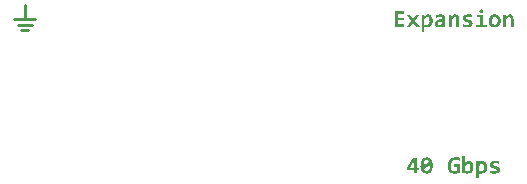
<source format=gbr>
%TF.GenerationSoftware,KiCad,Pcbnew,9.0.0*%
%TF.CreationDate,2025-05-19T23:18:48-04:00*%
%TF.ProjectId,TS_Back_Endcap,54535f42-6163-46b5-9f45-6e646361702e,rev?*%
%TF.SameCoordinates,Original*%
%TF.FileFunction,Legend,Top*%
%TF.FilePolarity,Positive*%
%FSLAX46Y46*%
G04 Gerber Fmt 4.6, Leading zero omitted, Abs format (unit mm)*
G04 Created by KiCad (PCBNEW 9.0.0) date 2025-05-19 23:18:48*
%MOMM*%
%LPD*%
G01*
G04 APERTURE LIST*
%ADD10C,0.254000*%
%ADD11C,0.252000*%
G04 APERTURE END LIST*
D10*
X114560000Y-105980000D02*
X115760000Y-105980000D01*
X114860000Y-106480000D02*
X115460000Y-106480000D01*
X115160000Y-105480000D02*
X115160000Y-104355000D01*
X114260000Y-105480000D02*
X116060000Y-105480000D01*
D11*
G36*
X146498670Y-106175000D02*
G01*
X146498670Y-104838503D01*
X147305037Y-104838503D01*
X147305037Y-105049528D01*
X146754758Y-105049528D01*
X146754758Y-105383653D01*
X147279392Y-105383653D01*
X147279392Y-105588817D01*
X146754758Y-105588817D01*
X146754758Y-105963974D01*
X147305037Y-105963974D01*
X147305037Y-106175000D01*
X146498670Y-106175000D01*
G37*
G36*
X148275994Y-106175000D02*
G01*
X148038224Y-105820817D01*
X147799537Y-106175000D01*
X147497195Y-106175000D01*
X147887648Y-105649175D01*
X147517712Y-105131594D01*
X147822069Y-105131594D01*
X148055626Y-105476068D01*
X148286252Y-105131594D01*
X148566979Y-105131594D01*
X148208308Y-105647160D01*
X148586488Y-106175000D01*
X148275994Y-106175000D01*
G37*
G36*
X149399903Y-105123524D02*
G01*
X149475379Y-105150828D01*
X149541056Y-105195130D01*
X149595730Y-105255517D01*
X149637828Y-105328714D01*
X149670010Y-105419923D01*
X149688932Y-105519846D01*
X149695656Y-105636994D01*
X149690759Y-105731760D01*
X149676924Y-105813575D01*
X149655172Y-105884198D01*
X149605964Y-105980738D01*
X149542424Y-106057305D01*
X149464117Y-106117025D01*
X149371881Y-106159429D01*
X149270597Y-106184072D01*
X149157741Y-106192585D01*
X149079889Y-106187456D01*
X149009181Y-106174175D01*
X149009181Y-106579466D01*
X148759137Y-106579466D01*
X148759137Y-105519024D01*
X149009181Y-105519024D01*
X149009181Y-105968004D01*
X149082362Y-105986230D01*
X149171022Y-105993283D01*
X149228357Y-105987081D01*
X149279100Y-105969011D01*
X149324050Y-105939810D01*
X149362081Y-105900226D01*
X149391872Y-105851961D01*
X149414838Y-105791508D01*
X149428501Y-105725019D01*
X149433339Y-105647435D01*
X149429994Y-105565604D01*
X149421066Y-105502813D01*
X149405380Y-105446525D01*
X149385712Y-105404719D01*
X149359451Y-105370840D01*
X149329291Y-105348573D01*
X149294228Y-105335464D01*
X149252996Y-105330896D01*
X149212449Y-105336205D01*
X149172348Y-105352529D01*
X149131638Y-105381454D01*
X149074858Y-105438021D01*
X149009181Y-105519024D01*
X148759137Y-105519024D01*
X148759137Y-105131594D01*
X148975384Y-105131594D01*
X148981520Y-105285650D01*
X149047557Y-105214850D01*
X149121838Y-105160445D01*
X149163191Y-105140643D01*
X149207933Y-105126007D01*
X149255669Y-105117151D01*
X149311431Y-105114009D01*
X149399903Y-105123524D01*
G37*
G36*
X150450203Y-105119947D02*
G01*
X150537469Y-105135990D01*
X150615054Y-105164360D01*
X150674306Y-105201936D01*
X150721003Y-105251279D01*
X150753716Y-105311845D01*
X150772588Y-105381084D01*
X150779361Y-105465627D01*
X150779361Y-106175000D01*
X150565130Y-106175000D01*
X150558993Y-106039536D01*
X150490300Y-106103192D01*
X150411440Y-106153659D01*
X150366930Y-106172432D01*
X150317651Y-106186723D01*
X150265605Y-106195401D01*
X150206459Y-106198447D01*
X150129589Y-106192294D01*
X150066142Y-106175091D01*
X150009906Y-106146745D01*
X149964659Y-106110061D01*
X149928945Y-106064502D01*
X149902652Y-106009494D01*
X149887088Y-105948496D01*
X149881677Y-105879344D01*
X149882598Y-105871100D01*
X150143994Y-105871100D01*
X150148900Y-105910792D01*
X150162614Y-105941856D01*
X150184935Y-105966355D01*
X150231240Y-105990302D01*
X150296676Y-105999145D01*
X150348203Y-105990426D01*
X150405303Y-105961867D01*
X150461573Y-105918965D01*
X150529318Y-105854889D01*
X150529318Y-105717777D01*
X150376635Y-105717777D01*
X150315605Y-105721069D01*
X150269016Y-105729867D01*
X150227816Y-105744830D01*
X150197300Y-105763206D01*
X150173023Y-105786408D01*
X150156817Y-105812116D01*
X150147221Y-105840595D01*
X150143994Y-105871100D01*
X149882598Y-105871100D01*
X149889586Y-105808520D01*
X149912910Y-105744155D01*
X149951648Y-105687253D01*
X150008164Y-105637452D01*
X150077770Y-105598659D01*
X150168082Y-105567384D01*
X150268324Y-105548738D01*
X150393030Y-105541922D01*
X150529318Y-105541922D01*
X150529318Y-105478449D01*
X150526389Y-105439100D01*
X150518052Y-105405085D01*
X150503279Y-105374716D01*
X150481690Y-105349489D01*
X150453725Y-105329673D01*
X150416569Y-105314135D01*
X150374167Y-105305006D01*
X150318200Y-105301587D01*
X150226610Y-105306991D01*
X150136300Y-105323203D01*
X150048092Y-105349063D01*
X149962644Y-105383653D01*
X149962644Y-105184351D01*
X150040814Y-105157258D01*
X150135293Y-105133975D01*
X150234435Y-105119066D01*
X150338717Y-105114009D01*
X150450203Y-105119947D01*
G37*
G36*
X151686754Y-106175000D02*
G01*
X151686754Y-105500981D01*
X151680256Y-105432746D01*
X151663402Y-105386401D01*
X151638407Y-105355858D01*
X151604834Y-105337495D01*
X151559717Y-105330896D01*
X151519131Y-105336240D01*
X151479003Y-105352678D01*
X151438267Y-105381821D01*
X151381495Y-105438771D01*
X151315810Y-105520307D01*
X151315810Y-106175000D01*
X151065767Y-106175000D01*
X151065767Y-105131594D01*
X151282013Y-105131594D01*
X151288150Y-105285650D01*
X151354187Y-105214850D01*
X151428467Y-105160445D01*
X151469821Y-105140643D01*
X151514563Y-105126007D01*
X151562298Y-105117151D01*
X151618061Y-105114009D01*
X151694711Y-105120885D01*
X151757371Y-105140112D01*
X151812204Y-105171703D01*
X151856747Y-105213660D01*
X151891323Y-105265224D01*
X151916739Y-105328148D01*
X151931498Y-105397457D01*
X151936706Y-105477900D01*
X151936706Y-106175000D01*
X151686754Y-106175000D01*
G37*
G36*
X153077747Y-105869360D02*
G01*
X153067423Y-105953499D01*
X153038272Y-106021127D01*
X152992619Y-106077934D01*
X152933766Y-106123342D01*
X152865318Y-106156906D01*
X152786213Y-106180495D01*
X152703070Y-106193937D01*
X152617686Y-106198447D01*
X152505684Y-106195278D01*
X152410690Y-106186448D01*
X152320048Y-106171530D01*
X152236484Y-106151552D01*
X152236484Y-105928803D01*
X152333499Y-105963643D01*
X152428642Y-105986963D01*
X152523330Y-106000653D01*
X152609442Y-106005006D01*
X152700589Y-105996248D01*
X152756446Y-105974507D01*
X152784353Y-105951109D01*
X152799964Y-105924988D01*
X152805172Y-105894914D01*
X152794914Y-105851958D01*
X152781216Y-105833960D01*
X152756446Y-105814680D01*
X152677037Y-105777952D01*
X152542856Y-105735454D01*
X152468779Y-105711889D01*
X152408125Y-105686911D01*
X152354073Y-105656620D01*
X152312321Y-105623072D01*
X152279093Y-105583248D01*
X152255443Y-105537709D01*
X152241504Y-105486588D01*
X152236484Y-105423678D01*
X152243660Y-105362067D01*
X152265152Y-105304152D01*
X152300311Y-105252075D01*
X152350698Y-105205508D01*
X152412626Y-105168517D01*
X152492664Y-105138555D01*
X152581670Y-105120551D01*
X152691416Y-105114009D01*
X152865623Y-105123168D01*
X152999895Y-105143318D01*
X152999895Y-105348482D01*
X152911627Y-105323354D01*
X152832375Y-105307632D01*
X152754069Y-105298680D01*
X152677128Y-105295725D01*
X152605094Y-105303423D01*
X152553663Y-105323935D01*
X152527239Y-105345779D01*
X152512172Y-105371421D01*
X152507044Y-105402246D01*
X152516203Y-105444194D01*
X152528850Y-105461218D01*
X152552564Y-105479915D01*
X152628402Y-105516277D01*
X152757087Y-105557584D01*
X152843219Y-105585182D01*
X152908670Y-105612264D01*
X152965760Y-105644424D01*
X153007497Y-105678210D01*
X153039869Y-105717848D01*
X153061353Y-105762015D01*
X153073446Y-105811034D01*
X153077747Y-105869360D01*
G37*
G36*
X153985140Y-104844914D02*
G01*
X153982013Y-104877979D01*
X153972775Y-104908661D01*
X153957986Y-104936696D01*
X153938429Y-104960685D01*
X153914628Y-104980382D01*
X153886680Y-104995673D01*
X153856013Y-105005232D01*
X153822200Y-105008496D01*
X153788309Y-105005244D01*
X153757170Y-104995673D01*
X153728819Y-104980359D01*
X153704872Y-104960685D01*
X153685366Y-104936706D01*
X153670525Y-104908661D01*
X153661356Y-104877983D01*
X153658252Y-104844914D01*
X153661358Y-104811765D01*
X153670525Y-104781075D01*
X153685344Y-104752948D01*
X153704872Y-104728593D01*
X153728862Y-104708502D01*
X153757170Y-104693148D01*
X153788313Y-104683507D01*
X153822200Y-104680233D01*
X153856008Y-104683519D01*
X153886680Y-104693148D01*
X153914586Y-104708479D01*
X153938429Y-104728593D01*
X153958008Y-104752958D01*
X153972775Y-104781075D01*
X153982011Y-104811770D01*
X153985140Y-104844914D01*
G37*
G36*
X153708535Y-105325034D02*
G01*
X153414436Y-105325034D01*
X153414436Y-105131594D01*
X153964624Y-105131594D01*
X153964624Y-105981559D01*
X154264859Y-105981559D01*
X154264859Y-106175000D01*
X153378533Y-106175000D01*
X153378533Y-105981559D01*
X153708535Y-105981559D01*
X153708535Y-105325034D01*
G37*
G36*
X155083233Y-105122967D02*
G01*
X155178480Y-105148264D01*
X155263243Y-105191144D01*
X155333178Y-105250021D01*
X155388409Y-105324197D01*
X155429989Y-105417083D01*
X155454520Y-105521295D01*
X155463328Y-105647527D01*
X155454319Y-105766767D01*
X155428432Y-105871925D01*
X155385357Y-105967331D01*
X155328048Y-106046222D01*
X155255569Y-106110209D01*
X155167123Y-106158605D01*
X155067456Y-106188069D01*
X154949961Y-106198447D01*
X154838063Y-106189647D01*
X154742965Y-106164741D01*
X154658230Y-106122356D01*
X154588267Y-106064083D01*
X154532992Y-105990155D01*
X154490906Y-105896471D01*
X154466068Y-105790913D01*
X154457109Y-105661815D01*
X154457577Y-105655678D01*
X154717319Y-105655678D01*
X154725831Y-105761981D01*
X154748596Y-105841207D01*
X154782898Y-105899585D01*
X154831617Y-105944889D01*
X154890336Y-105972051D01*
X154962234Y-105981559D01*
X155021797Y-105975053D01*
X155070769Y-105956646D01*
X155112539Y-105926851D01*
X155145599Y-105887404D01*
X155170320Y-105840150D01*
X155188647Y-105782990D01*
X155199329Y-105721533D01*
X155203027Y-105653663D01*
X155195039Y-105547721D01*
X155173780Y-105469224D01*
X155142027Y-105411863D01*
X155096057Y-105367611D01*
X155037471Y-105340563D01*
X154962234Y-105330896D01*
X154899968Y-105337619D01*
X154850493Y-105356359D01*
X154808564Y-105386477D01*
X154774655Y-105426151D01*
X154749292Y-105473268D01*
X154731149Y-105529466D01*
X154720864Y-105589767D01*
X154717319Y-105655678D01*
X154457577Y-105655678D01*
X154466266Y-105541795D01*
X154492463Y-105437050D01*
X154536089Y-105342241D01*
X154593854Y-105264310D01*
X154666719Y-105201144D01*
X154755238Y-105153393D01*
X154854711Y-105124226D01*
X154970477Y-105114009D01*
X155083233Y-105122967D01*
G37*
G36*
X156300013Y-106175000D02*
G01*
X156300013Y-105500981D01*
X156293515Y-105432746D01*
X156276661Y-105386401D01*
X156251666Y-105355858D01*
X156218093Y-105337495D01*
X156172976Y-105330896D01*
X156132390Y-105336240D01*
X156092262Y-105352678D01*
X156051526Y-105381821D01*
X155994754Y-105438771D01*
X155929069Y-105520307D01*
X155929069Y-106175000D01*
X155679025Y-106175000D01*
X155679025Y-105131594D01*
X155895272Y-105131594D01*
X155901409Y-105285650D01*
X155967446Y-105214850D01*
X156041726Y-105160445D01*
X156083080Y-105140643D01*
X156127822Y-105126007D01*
X156175557Y-105117151D01*
X156231320Y-105114009D01*
X156307970Y-105120885D01*
X156370630Y-105140112D01*
X156425463Y-105171703D01*
X156470006Y-105213660D01*
X156504582Y-105265224D01*
X156529998Y-105328148D01*
X156544756Y-105397457D01*
X156549965Y-105477900D01*
X156549965Y-106175000D01*
X156300013Y-106175000D01*
G37*
G36*
X148370242Y-118082606D02*
G01*
X148573116Y-118082606D01*
X148573116Y-118305355D01*
X148370242Y-118305355D01*
X148370242Y-118575000D01*
X148126335Y-118575000D01*
X148126335Y-118305355D01*
X147503332Y-118305355D01*
X147503332Y-118088743D01*
X147507104Y-118082606D01*
X147748247Y-118082606D01*
X148129449Y-118082606D01*
X148129449Y-117480395D01*
X147748247Y-118082606D01*
X147507104Y-118082606D01*
X148025951Y-117238503D01*
X148370242Y-117238503D01*
X148370242Y-118082606D01*
G37*
G36*
X149316445Y-117225006D02*
G01*
X149412914Y-117253982D01*
X149471790Y-117284530D01*
X149525032Y-117324839D01*
X149573199Y-117375706D01*
X149613212Y-117433640D01*
X149648384Y-117503950D01*
X149678254Y-117588564D01*
X149698443Y-117675931D01*
X149711501Y-117779168D01*
X149716172Y-117900614D01*
X149706728Y-118060480D01*
X149680269Y-118195355D01*
X149651730Y-118279829D01*
X149616628Y-118352509D01*
X149575305Y-118414807D01*
X149525496Y-118470074D01*
X149469483Y-118515372D01*
X149406686Y-118551369D01*
X149338949Y-118577031D01*
X149263579Y-118592929D01*
X149179266Y-118598447D01*
X149071837Y-118588520D01*
X148975384Y-118559612D01*
X148916501Y-118529003D01*
X148863039Y-118488522D01*
X148814458Y-118437338D01*
X148774152Y-118379029D01*
X148738831Y-118308519D01*
X148708945Y-118223931D01*
X148703376Y-118199842D01*
X148963019Y-118199842D01*
X148989409Y-118262761D01*
X149020268Y-118310493D01*
X149055251Y-118345747D01*
X149096959Y-118372118D01*
X149142649Y-118387894D01*
X149193554Y-118393283D01*
X149248999Y-118385920D01*
X149300624Y-118363790D01*
X149346003Y-118327849D01*
X149386719Y-118274856D01*
X149418032Y-118210297D01*
X149443597Y-118124280D01*
X149458603Y-118029146D01*
X149464114Y-117910232D01*
X149463106Y-117875793D01*
X149462099Y-117842271D01*
X148963019Y-118199842D01*
X148703376Y-118199842D01*
X148688735Y-118136505D01*
X148675688Y-118033575D01*
X148671027Y-117912888D01*
X148671433Y-117906110D01*
X148923085Y-117906110D01*
X148923085Y-117942563D01*
X148925100Y-117977093D01*
X149427203Y-117619521D01*
X149398893Y-117554147D01*
X149367174Y-117504968D01*
X149332406Y-117469037D01*
X149290937Y-117441983D01*
X149245096Y-117425773D01*
X149193554Y-117420219D01*
X149138241Y-117427528D01*
X149087033Y-117449437D01*
X149042188Y-117485193D01*
X149001487Y-117538921D01*
X148970018Y-117604091D01*
X148944060Y-117690230D01*
X148928739Y-117785592D01*
X148923085Y-117906110D01*
X148671433Y-117906110D01*
X148680591Y-117753054D01*
X148707388Y-117618239D01*
X148736203Y-117533653D01*
X148771309Y-117460976D01*
X148812352Y-117398787D01*
X148861932Y-117343542D01*
X148918080Y-117298205D01*
X148981429Y-117262133D01*
X149049866Y-117236411D01*
X149125302Y-117220542D01*
X149208941Y-117215055D01*
X149316445Y-117225006D01*
G37*
G36*
X151506411Y-118006402D02*
G01*
X151506411Y-117801238D01*
X151982868Y-117801238D01*
X151982868Y-118514549D01*
X151888664Y-118551844D01*
X151790161Y-118577930D01*
X151687363Y-118593134D01*
X151571991Y-118598447D01*
X151479827Y-118593410D01*
X151396673Y-118578880D01*
X151321397Y-118555491D01*
X151250531Y-118521917D01*
X151187795Y-118479408D01*
X151132353Y-118427629D01*
X151085431Y-118367829D01*
X151045596Y-118297991D01*
X151013010Y-118216787D01*
X150990655Y-118131908D01*
X150976500Y-118035237D01*
X150971520Y-117925161D01*
X150976665Y-117814555D01*
X150991435Y-117715400D01*
X151015025Y-117626391D01*
X151049296Y-117541272D01*
X151091671Y-117467158D01*
X151142062Y-117402817D01*
X151201535Y-117346933D01*
X151269537Y-117300465D01*
X151347043Y-117263141D01*
X151429338Y-117237029D01*
X151521249Y-117220731D01*
X151624198Y-117215055D01*
X151715647Y-117219074D01*
X151803991Y-117230992D01*
X151978747Y-117273674D01*
X151978747Y-117519870D01*
X151900208Y-117487617D01*
X151811226Y-117460886D01*
X151719001Y-117443556D01*
X151626304Y-117437805D01*
X151535694Y-117446407D01*
X151459700Y-117470778D01*
X151393251Y-117510726D01*
X151338800Y-117564384D01*
X151296828Y-117630413D01*
X151265069Y-117713494D01*
X151246554Y-117805128D01*
X151239973Y-117912888D01*
X151245076Y-118017031D01*
X151259390Y-118105778D01*
X151285571Y-118186737D01*
X151322405Y-118251775D01*
X151372131Y-118304774D01*
X151434604Y-118343824D01*
X151507923Y-118367186D01*
X151601666Y-118375697D01*
X151642607Y-118374140D01*
X151675397Y-118369469D01*
X151704614Y-118362233D01*
X151733832Y-118352891D01*
X151733832Y-118006402D01*
X151506411Y-118006402D01*
G37*
G36*
X152469125Y-117469678D02*
G01*
X152458867Y-117674934D01*
X152520366Y-117608927D01*
X152590483Y-117558064D01*
X152642427Y-117534164D01*
X152702196Y-117519246D01*
X152771376Y-117514009D01*
X152859848Y-117523524D01*
X152935324Y-117550828D01*
X153001000Y-117595130D01*
X153055674Y-117655517D01*
X153097772Y-117728714D01*
X153129955Y-117819923D01*
X153148876Y-117919846D01*
X153155600Y-118036994D01*
X153150703Y-118131760D01*
X153136868Y-118213575D01*
X153115117Y-118284198D01*
X153065908Y-118380738D01*
X153002368Y-118457305D01*
X152924061Y-118517025D01*
X152831826Y-118559429D01*
X152730541Y-118584072D01*
X152617686Y-118592585D01*
X152506051Y-118588200D01*
X152406019Y-118575641D01*
X152309703Y-118555670D01*
X152219082Y-118530120D01*
X152219082Y-117919024D01*
X152469125Y-117919024D01*
X152469125Y-118368004D01*
X152542306Y-118386230D01*
X152630967Y-118393283D01*
X152688302Y-118387081D01*
X152739044Y-118369011D01*
X152783994Y-118339810D01*
X152822026Y-118300226D01*
X152851817Y-118251961D01*
X152874782Y-118191508D01*
X152888446Y-118125019D01*
X152893283Y-118047435D01*
X152889938Y-117965604D01*
X152881010Y-117902813D01*
X152865324Y-117846525D01*
X152845656Y-117804719D01*
X152819396Y-117770840D01*
X152789236Y-117748573D01*
X152754172Y-117735464D01*
X152712941Y-117730896D01*
X152672393Y-117736205D01*
X152632293Y-117752529D01*
X152591582Y-117781454D01*
X152534803Y-117838021D01*
X152469125Y-117919024D01*
X152219082Y-117919024D01*
X152219082Y-117127128D01*
X152469125Y-117127128D01*
X152469125Y-117469678D01*
G37*
G36*
X154013162Y-117523524D02*
G01*
X154088638Y-117550828D01*
X154154315Y-117595130D01*
X154208989Y-117655517D01*
X154251087Y-117728714D01*
X154283269Y-117819923D01*
X154302191Y-117919846D01*
X154308915Y-118036994D01*
X154304018Y-118131760D01*
X154290183Y-118213575D01*
X154268432Y-118284198D01*
X154219223Y-118380738D01*
X154155683Y-118457305D01*
X154077376Y-118517025D01*
X153985140Y-118559429D01*
X153883856Y-118584072D01*
X153771001Y-118592585D01*
X153693148Y-118587456D01*
X153622440Y-118574175D01*
X153622440Y-118979466D01*
X153372396Y-118979466D01*
X153372396Y-117919024D01*
X153622440Y-117919024D01*
X153622440Y-118368004D01*
X153695621Y-118386230D01*
X153784281Y-118393283D01*
X153841616Y-118387081D01*
X153892359Y-118369011D01*
X153937309Y-118339810D01*
X153975340Y-118300226D01*
X154005131Y-118251961D01*
X154028097Y-118191508D01*
X154041761Y-118125019D01*
X154046598Y-118047435D01*
X154043253Y-117965604D01*
X154034325Y-117902813D01*
X154018639Y-117846525D01*
X153998971Y-117804719D01*
X153972710Y-117770840D01*
X153942551Y-117748573D01*
X153907487Y-117735464D01*
X153866255Y-117730896D01*
X153825708Y-117736205D01*
X153785607Y-117752529D01*
X153744897Y-117781454D01*
X153688117Y-117838021D01*
X153622440Y-117919024D01*
X153372396Y-117919024D01*
X153372396Y-117531594D01*
X153588643Y-117531594D01*
X153594779Y-117685650D01*
X153660817Y-117614850D01*
X153735097Y-117560445D01*
X153776451Y-117540643D01*
X153821192Y-117526007D01*
X153868928Y-117517151D01*
X153924690Y-117514009D01*
X154013162Y-117523524D01*
G37*
G36*
X155384377Y-118269360D02*
G01*
X155374052Y-118353499D01*
X155344901Y-118421127D01*
X155299249Y-118477934D01*
X155240396Y-118523342D01*
X155171948Y-118556906D01*
X155092843Y-118580495D01*
X155009700Y-118593937D01*
X154924315Y-118598447D01*
X154812314Y-118595278D01*
X154717319Y-118586448D01*
X154626677Y-118571530D01*
X154543113Y-118551552D01*
X154543113Y-118328803D01*
X154640128Y-118363643D01*
X154735271Y-118386963D01*
X154829960Y-118400653D01*
X154916072Y-118405006D01*
X155007219Y-118396248D01*
X155063076Y-118374507D01*
X155090982Y-118351109D01*
X155106594Y-118324988D01*
X155111802Y-118294914D01*
X155101544Y-118251958D01*
X155087846Y-118233960D01*
X155063076Y-118214680D01*
X154983666Y-118177952D01*
X154849485Y-118135454D01*
X154775409Y-118111889D01*
X154714755Y-118086911D01*
X154660703Y-118056620D01*
X154618951Y-118023072D01*
X154585723Y-117983248D01*
X154562073Y-117937709D01*
X154548134Y-117886588D01*
X154543113Y-117823678D01*
X154550290Y-117762067D01*
X154571781Y-117704152D01*
X154606941Y-117652075D01*
X154657327Y-117605508D01*
X154719256Y-117568517D01*
X154799293Y-117538555D01*
X154888300Y-117520551D01*
X154998046Y-117514009D01*
X155172252Y-117523168D01*
X155306525Y-117543318D01*
X155306525Y-117748482D01*
X155218256Y-117723354D01*
X155139005Y-117707632D01*
X155060699Y-117698680D01*
X154983758Y-117695725D01*
X154911723Y-117703423D01*
X154860293Y-117723935D01*
X154833868Y-117745779D01*
X154818802Y-117771421D01*
X154813673Y-117802246D01*
X154822832Y-117844194D01*
X154835480Y-117861218D01*
X154859194Y-117879915D01*
X154935031Y-117916277D01*
X155063717Y-117957584D01*
X155149849Y-117985182D01*
X155215300Y-118012264D01*
X155272390Y-118044424D01*
X155314127Y-118078210D01*
X155346499Y-118117848D01*
X155367982Y-118162015D01*
X155380076Y-118211034D01*
X155384377Y-118269360D01*
G37*
M02*

</source>
